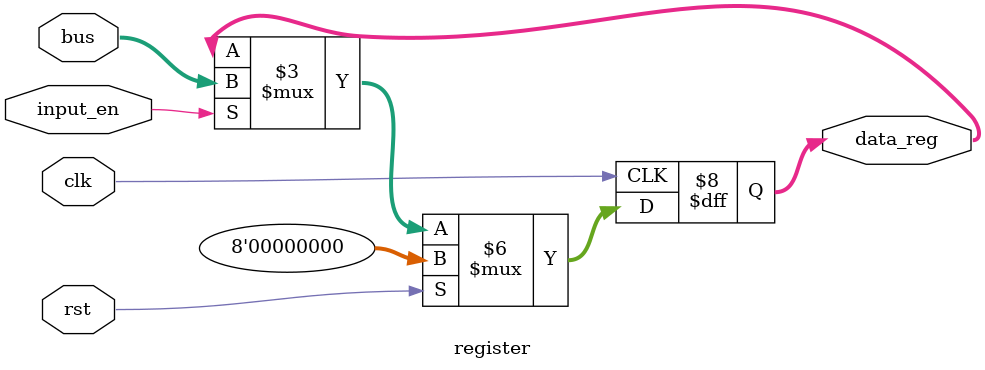
<source format=v>
module register(
	// System Inputs
	input clk,
	input rst,
	// Control Signals
	input input_en,
	// Values In/Out
	input [7:0] bus,
	output reg [7:0] data_reg
	);
	
	
	initial begin data_reg = 0; end
	
	always @(posedge clk) 
		begin	
			if (rst)
				data_reg <= 0;
			else if (input_en)
				data_reg <= bus;
		end
	
			
endmodule
			
</source>
